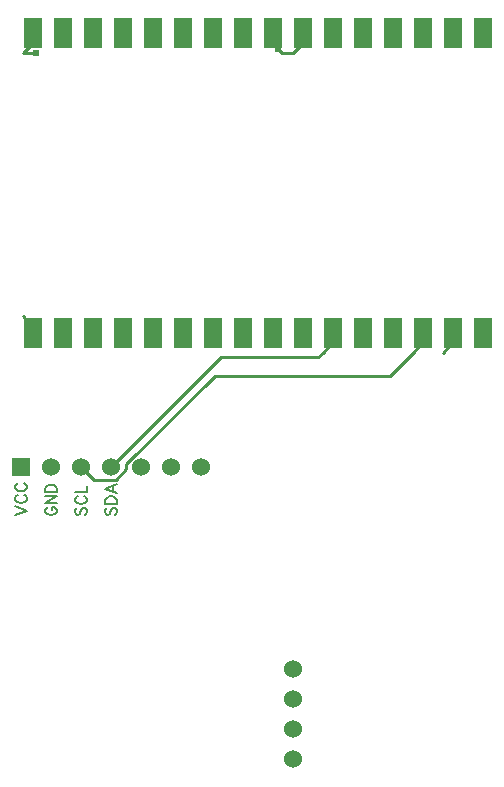
<source format=gtl>
G04 Layer: TopLayer*
G04 EasyEDA v6.5.50, 2025-05-30 20:44:05*
G04 89249954dcc5414fb4ee1276e004d1e2,618cf9a269824c858c8e39f74ea16190,10*
G04 Gerber Generator version 0.2*
G04 Scale: 100 percent, Rotated: No, Reflected: No *
G04 Dimensions in millimeters *
G04 leading zeros omitted , absolute positions ,4 integer and 5 decimal *
%FSLAX45Y45*%
%MOMM*%

%ADD10C,0.2032*%
%ADD11C,0.2540*%
%ADD12R,1.5000X2.5000*%
%ADD13C,1.5240*%
%ADD14R,1.5240X1.5240*%
%ADD15C,0.6096*%
%ADD16C,0.0119*%

%LPD*%
D10*
X1489963Y4823612D02*
G01*
X1585468Y4859934D01*
X1489963Y4896256D02*
G01*
X1585468Y4859934D01*
X1512570Y4994554D02*
G01*
X1503426Y4989982D01*
X1494536Y4980838D01*
X1489963Y4971694D01*
X1489963Y4953660D01*
X1494536Y4944516D01*
X1503426Y4935372D01*
X1512570Y4930800D01*
X1526286Y4926228D01*
X1548892Y4926228D01*
X1562607Y4930800D01*
X1571752Y4935372D01*
X1580895Y4944516D01*
X1585468Y4953660D01*
X1585468Y4971694D01*
X1580895Y4980838D01*
X1571752Y4989982D01*
X1562607Y4994554D01*
X1512570Y5092598D02*
G01*
X1503426Y5088280D01*
X1494536Y5079136D01*
X1489963Y5069992D01*
X1489963Y5051704D01*
X1494536Y5042814D01*
X1503426Y5033670D01*
X1512570Y5029098D01*
X1526286Y5024526D01*
X1548892Y5024526D01*
X1562607Y5029098D01*
X1571752Y5033670D01*
X1580895Y5042814D01*
X1585468Y5051704D01*
X1585468Y5069992D01*
X1580895Y5079136D01*
X1571752Y5088280D01*
X1562607Y5092598D01*
X1766570Y4891684D02*
G01*
X1757426Y4887366D01*
X1748536Y4878222D01*
X1743963Y4869078D01*
X1743963Y4850790D01*
X1748536Y4841900D01*
X1757426Y4832756D01*
X1766570Y4828184D01*
X1780286Y4823612D01*
X1802892Y4823612D01*
X1816607Y4828184D01*
X1825752Y4832756D01*
X1834895Y4841900D01*
X1839468Y4850790D01*
X1839468Y4869078D01*
X1834895Y4878222D01*
X1825752Y4887366D01*
X1816607Y4891684D01*
X1802892Y4891684D01*
X1802892Y4869078D02*
G01*
X1802892Y4891684D01*
X1743963Y4921910D02*
G01*
X1839468Y4921910D01*
X1743963Y4921910D02*
G01*
X1839468Y4985410D01*
X1743963Y4985410D02*
G01*
X1839468Y4985410D01*
X1743963Y5015382D02*
G01*
X1839468Y5015382D01*
X1743963Y5015382D02*
G01*
X1743963Y5047132D01*
X1748536Y5060848D01*
X1757426Y5069992D01*
X1766570Y5074564D01*
X1780286Y5079136D01*
X1802892Y5079136D01*
X1816607Y5074564D01*
X1825752Y5069992D01*
X1834895Y5060848D01*
X1839468Y5047132D01*
X1839468Y5015382D01*
X2011425Y4887366D02*
G01*
X2002536Y4878222D01*
X1997963Y4864506D01*
X1997963Y4846218D01*
X2002536Y4832756D01*
X2011425Y4823612D01*
X2020570Y4823612D01*
X2029713Y4828184D01*
X2034286Y4832756D01*
X2038858Y4841900D01*
X2048002Y4869078D01*
X2052320Y4878222D01*
X2056891Y4882794D01*
X2066036Y4887366D01*
X2079752Y4887366D01*
X2088895Y4878222D01*
X2093468Y4864506D01*
X2093468Y4846218D01*
X2088895Y4832756D01*
X2079752Y4823612D01*
X2020570Y4985410D02*
G01*
X2011425Y4980838D01*
X2002536Y4971694D01*
X1997963Y4962804D01*
X1997963Y4944516D01*
X2002536Y4935372D01*
X2011425Y4926228D01*
X2020570Y4921910D01*
X2034286Y4917338D01*
X2056891Y4917338D01*
X2070608Y4921910D01*
X2079752Y4926228D01*
X2088895Y4935372D01*
X2093468Y4944516D01*
X2093468Y4962804D01*
X2088895Y4971694D01*
X2079752Y4980838D01*
X2070608Y4985410D01*
X1997963Y5015382D02*
G01*
X2093468Y5015382D01*
X2093468Y5015382D02*
G01*
X2093468Y5069992D01*
X2265425Y4887366D02*
G01*
X2256536Y4878222D01*
X2251963Y4864506D01*
X2251963Y4846218D01*
X2256536Y4832756D01*
X2265425Y4823612D01*
X2274570Y4823612D01*
X2283713Y4828184D01*
X2288286Y4832756D01*
X2292858Y4841900D01*
X2302002Y4869078D01*
X2306320Y4878222D01*
X2310891Y4882794D01*
X2320036Y4887366D01*
X2333752Y4887366D01*
X2342895Y4878222D01*
X2347468Y4864506D01*
X2347468Y4846218D01*
X2342895Y4832756D01*
X2333752Y4823612D01*
X2251963Y4917338D02*
G01*
X2347468Y4917338D01*
X2251963Y4917338D02*
G01*
X2251963Y4949088D01*
X2256536Y4962804D01*
X2265425Y4971694D01*
X2274570Y4976266D01*
X2288286Y4980838D01*
X2310891Y4980838D01*
X2324608Y4976266D01*
X2333752Y4971694D01*
X2342895Y4962804D01*
X2347468Y4949088D01*
X2347468Y4917338D01*
X2251963Y5047132D02*
G01*
X2347468Y5010810D01*
X2251963Y5047132D02*
G01*
X2347468Y5083708D01*
X2315463Y5024526D02*
G01*
X2315463Y5069992D01*
D11*
X1638300Y6364706D02*
G01*
X1638300Y6416098D01*
X1549430Y6504967D01*
X2298702Y5232402D02*
G01*
X3228647Y6162347D01*
X4052699Y6162347D01*
X4089402Y6199050D01*
X4178300Y6364706D02*
G01*
X4178300Y6287950D01*
X4089400Y6199050D01*
X2044702Y5232402D02*
G01*
X2155141Y5121963D01*
X2337615Y5121963D01*
X2425702Y5210050D01*
X2425702Y5253865D01*
X3176475Y6004638D01*
X4656990Y6004638D01*
X4851402Y6199050D01*
X4940300Y6364706D02*
G01*
X4940300Y6287950D01*
X4851400Y6199050D01*
X5194300Y6364706D02*
G01*
X5194300Y6287950D01*
X5105400Y6199050D01*
X3924300Y8900693D02*
G01*
X3924300Y8823914D01*
X3835425Y8735039D01*
X3835427Y8735037D02*
G01*
X3742794Y8735037D01*
X3711933Y8765898D01*
X1638300Y8900693D02*
G01*
X1638300Y8823906D01*
X1549430Y8735039D01*
X1549427Y8735037D02*
G01*
X1663397Y8735037D01*
D12*
G01*
X1638300Y8900693D03*
G01*
X1892300Y8900693D03*
G01*
X2146300Y8900693D03*
G01*
X2400300Y8900693D03*
G01*
X2654300Y8900693D03*
G01*
X2908300Y8900693D03*
G01*
X3162300Y8900693D03*
G01*
X3416300Y8900693D03*
G01*
X3670300Y8900693D03*
G01*
X3924300Y8900693D03*
G01*
X4178300Y8900693D03*
G01*
X4432300Y8900693D03*
G01*
X4686300Y8900693D03*
G01*
X4940300Y8900693D03*
G01*
X5194300Y8900693D03*
G01*
X5448300Y8900693D03*
G01*
X5448300Y6364706D03*
G01*
X5194300Y6364706D03*
G01*
X4940300Y6364706D03*
G01*
X4686300Y6364706D03*
G01*
X4432300Y6364706D03*
G01*
X4178300Y6364706D03*
G01*
X3924300Y6364706D03*
G01*
X3670300Y6364706D03*
G01*
X3416300Y6364706D03*
G01*
X3162300Y6364706D03*
G01*
X2908300Y6364706D03*
G01*
X2654300Y6364706D03*
G01*
X2400300Y6364706D03*
G01*
X2146300Y6364706D03*
G01*
X1892300Y6364706D03*
G01*
X1638300Y6364706D03*
D13*
G01*
X3835400Y2755900D03*
G01*
X3835400Y3009900D03*
G01*
X3835400Y3263900D03*
G01*
X3835400Y3517900D03*
D14*
G01*
X1536700Y5232400D03*
D13*
G01*
X1790700Y5232400D03*
G01*
X2044700Y5232400D03*
G01*
X2298700Y5232400D03*
G01*
X2552700Y5232400D03*
G01*
X2806700Y5232400D03*
G01*
X3060700Y5232400D03*
D15*
G01*
X1663395Y8735034D03*
G01*
X3711930Y8765895D03*
M02*

</source>
